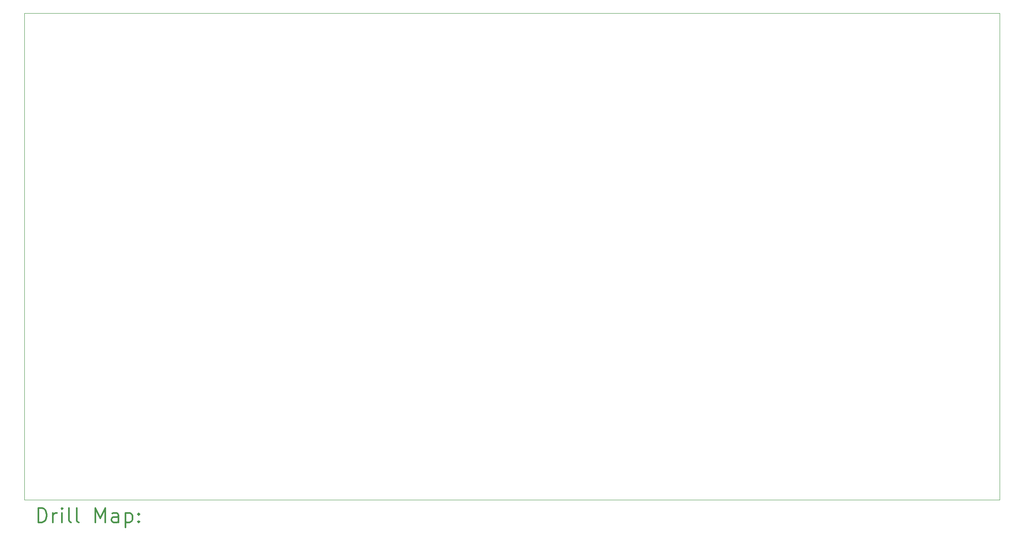
<source format=gbr>
%FSLAX45Y45*%
G04 Gerber Fmt 4.5, Leading zero omitted, Abs format (unit mm)*
G04 Created by KiCad (PCBNEW 5.1.12-84ad8e8a86~92~ubuntu20.04.1) date 2022-01-01 09:02:04*
%MOMM*%
%LPD*%
G01*
G04 APERTURE LIST*
%TA.AperFunction,Profile*%
%ADD10C,0.050000*%
%TD*%
%ADD11C,0.200000*%
%ADD12C,0.300000*%
G04 APERTURE END LIST*
D10*
X5000000Y-15000000D02*
X5000000Y-5000000D01*
X25000000Y-15000000D02*
X5000000Y-15000000D01*
X25000000Y-5000000D02*
X25000000Y-15000000D01*
X5000000Y-5000000D02*
X25000000Y-5000000D01*
D11*
D12*
X5283928Y-15468214D02*
X5283928Y-15168214D01*
X5355357Y-15168214D01*
X5398214Y-15182500D01*
X5426786Y-15211071D01*
X5441071Y-15239643D01*
X5455357Y-15296786D01*
X5455357Y-15339643D01*
X5441071Y-15396786D01*
X5426786Y-15425357D01*
X5398214Y-15453929D01*
X5355357Y-15468214D01*
X5283928Y-15468214D01*
X5583928Y-15468214D02*
X5583928Y-15268214D01*
X5583928Y-15325357D02*
X5598214Y-15296786D01*
X5612500Y-15282500D01*
X5641071Y-15268214D01*
X5669643Y-15268214D01*
X5769643Y-15468214D02*
X5769643Y-15268214D01*
X5769643Y-15168214D02*
X5755357Y-15182500D01*
X5769643Y-15196786D01*
X5783928Y-15182500D01*
X5769643Y-15168214D01*
X5769643Y-15196786D01*
X5955357Y-15468214D02*
X5926786Y-15453929D01*
X5912500Y-15425357D01*
X5912500Y-15168214D01*
X6112500Y-15468214D02*
X6083928Y-15453929D01*
X6069643Y-15425357D01*
X6069643Y-15168214D01*
X6455357Y-15468214D02*
X6455357Y-15168214D01*
X6555357Y-15382500D01*
X6655357Y-15168214D01*
X6655357Y-15468214D01*
X6926786Y-15468214D02*
X6926786Y-15311071D01*
X6912500Y-15282500D01*
X6883928Y-15268214D01*
X6826786Y-15268214D01*
X6798214Y-15282500D01*
X6926786Y-15453929D02*
X6898214Y-15468214D01*
X6826786Y-15468214D01*
X6798214Y-15453929D01*
X6783928Y-15425357D01*
X6783928Y-15396786D01*
X6798214Y-15368214D01*
X6826786Y-15353929D01*
X6898214Y-15353929D01*
X6926786Y-15339643D01*
X7069643Y-15268214D02*
X7069643Y-15568214D01*
X7069643Y-15282500D02*
X7098214Y-15268214D01*
X7155357Y-15268214D01*
X7183928Y-15282500D01*
X7198214Y-15296786D01*
X7212500Y-15325357D01*
X7212500Y-15411071D01*
X7198214Y-15439643D01*
X7183928Y-15453929D01*
X7155357Y-15468214D01*
X7098214Y-15468214D01*
X7069643Y-15453929D01*
X7341071Y-15439643D02*
X7355357Y-15453929D01*
X7341071Y-15468214D01*
X7326786Y-15453929D01*
X7341071Y-15439643D01*
X7341071Y-15468214D01*
X7341071Y-15282500D02*
X7355357Y-15296786D01*
X7341071Y-15311071D01*
X7326786Y-15296786D01*
X7341071Y-15282500D01*
X7341071Y-15311071D01*
M02*

</source>
